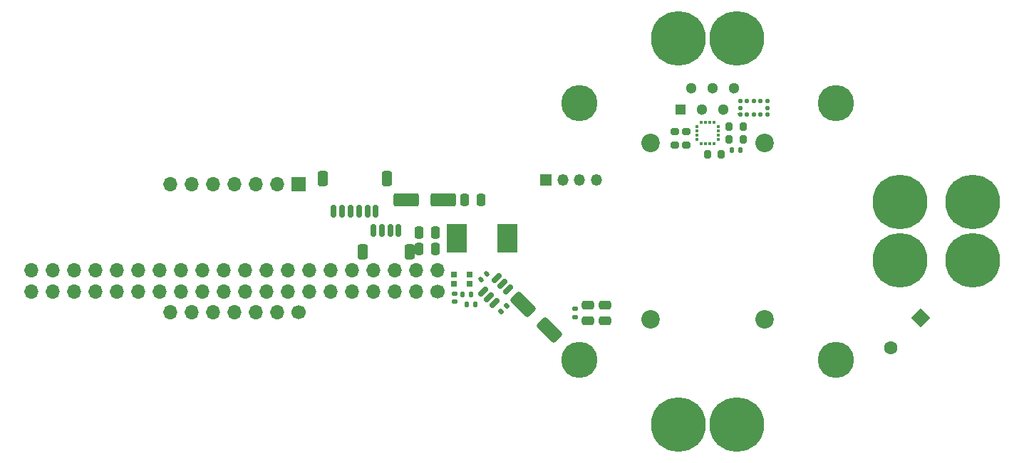
<source format=gbs>
G04 #@! TF.GenerationSoftware,KiCad,Pcbnew,7.0.9*
G04 #@! TF.CreationDate,2024-09-28T03:36:10+08:00*
G04 #@! TF.ProjectId,thingy,7468696e-6779-42e6-9b69-6361645f7063,rev?*
G04 #@! TF.SameCoordinates,Original*
G04 #@! TF.FileFunction,Soldermask,Bot*
G04 #@! TF.FilePolarity,Negative*
%FSLAX46Y46*%
G04 Gerber Fmt 4.6, Leading zero omitted, Abs format (unit mm)*
G04 Created by KiCad (PCBNEW 7.0.9) date 2024-09-28 03:36:10*
%MOMM*%
%LPD*%
G01*
G04 APERTURE LIST*
G04 Aperture macros list*
%AMRoundRect*
0 Rectangle with rounded corners*
0 $1 Rounding radius*
0 $2 $3 $4 $5 $6 $7 $8 $9 X,Y pos of 4 corners*
0 Add a 4 corners polygon primitive as box body*
4,1,4,$2,$3,$4,$5,$6,$7,$8,$9,$2,$3,0*
0 Add four circle primitives for the rounded corners*
1,1,$1+$1,$2,$3*
1,1,$1+$1,$4,$5*
1,1,$1+$1,$6,$7*
1,1,$1+$1,$8,$9*
0 Add four rect primitives between the rounded corners*
20,1,$1+$1,$2,$3,$4,$5,0*
20,1,$1+$1,$4,$5,$6,$7,0*
20,1,$1+$1,$6,$7,$8,$9,0*
20,1,$1+$1,$8,$9,$2,$3,0*%
%AMRotRect*
0 Rectangle, with rotation*
0 The origin of the aperture is its center*
0 $1 length*
0 $2 width*
0 $3 Rotation angle, in degrees counterclockwise*
0 Add horizontal line*
21,1,$1,$2,0,0,$3*%
G04 Aperture macros list end*
%ADD10RoundRect,0.200000X-0.200000X-0.275000X0.200000X-0.275000X0.200000X0.275000X-0.200000X0.275000X0*%
%ADD11RoundRect,0.250000X-1.272792X0.494975X0.494975X-1.272792X1.272792X-0.494975X-0.494975X1.272792X0*%
%ADD12C,6.500000*%
%ADD13C,4.300000*%
%ADD14RoundRect,0.125000X-0.125000X-0.125000X0.125000X-0.125000X0.125000X0.125000X-0.125000X0.125000X0*%
%ADD15RoundRect,0.062500X-0.127500X-0.062500X0.127500X-0.062500X0.127500X0.062500X-0.127500X0.062500X0*%
%ADD16R,0.450000X0.300000*%
%ADD17R,0.300000X0.450000*%
%ADD18C,2.200000*%
%ADD19RotRect,1.600000X1.600000X225.000000*%
%ADD20C,1.600000*%
%ADD21R,1.700000X1.700000*%
%ADD22O,1.700000X1.700000*%
%ADD23RoundRect,0.150000X0.256326X0.468458X-0.468458X-0.256326X-0.256326X-0.468458X0.468458X0.256326X0*%
%ADD24R,1.350000X1.350000*%
%ADD25O,1.350000X1.350000*%
%ADD26R,2.350000X3.500000*%
%ADD27RoundRect,0.250000X1.250000X0.550000X-1.250000X0.550000X-1.250000X-0.550000X1.250000X-0.550000X0*%
%ADD28RoundRect,0.135000X-0.035355X0.226274X-0.226274X0.035355X0.035355X-0.226274X0.226274X-0.035355X0*%
%ADD29RoundRect,0.135000X-0.135000X-0.185000X0.135000X-0.185000X0.135000X0.185000X-0.135000X0.185000X0*%
%ADD30RoundRect,0.135000X0.135000X0.185000X-0.135000X0.185000X-0.135000X-0.185000X0.135000X-0.185000X0*%
%ADD31R,0.700000X0.700000*%
%ADD32RoundRect,0.200000X-0.275000X0.200000X-0.275000X-0.200000X0.275000X-0.200000X0.275000X0.200000X0*%
%ADD33RoundRect,0.200000X0.200000X0.275000X-0.200000X0.275000X-0.200000X-0.275000X0.200000X-0.275000X0*%
%ADD34RoundRect,0.250000X0.250000X0.475000X-0.250000X0.475000X-0.250000X-0.475000X0.250000X-0.475000X0*%
%ADD35RoundRect,0.250000X-0.250000X-0.475000X0.250000X-0.475000X0.250000X0.475000X-0.250000X0.475000X0*%
%ADD36RoundRect,0.250000X-0.475000X0.250000X-0.475000X-0.250000X0.475000X-0.250000X0.475000X0.250000X0*%
%ADD37C,1.300000*%
%ADD38R,1.300000X1.300000*%
%ADD39RoundRect,0.150000X-0.150000X-0.625000X0.150000X-0.625000X0.150000X0.625000X-0.150000X0.625000X0*%
%ADD40RoundRect,0.250000X-0.350000X-0.650000X0.350000X-0.650000X0.350000X0.650000X-0.350000X0.650000X0*%
%ADD41C,1.700000*%
%ADD42RoundRect,0.140000X-0.170000X0.140000X-0.170000X-0.140000X0.170000X-0.140000X0.170000X0.140000X0*%
%ADD43RoundRect,0.140000X0.021213X-0.219203X0.219203X-0.021213X-0.021213X0.219203X-0.219203X0.021213X0*%
G04 APERTURE END LIST*
D10*
X2575000Y11000000D03*
X4225000Y11000000D03*
D11*
X-18800106Y-11772793D03*
X-21911376Y-8661523D03*
D12*
X22900000Y3475000D03*
X22900000Y-3475000D03*
D13*
X15250000Y15250000D03*
D12*
X31500000Y3475000D03*
X31500000Y-3475000D03*
D14*
X3900000Y14700000D03*
X3900000Y15500000D03*
X4700000Y15500000D03*
X5500000Y15500000D03*
X6300000Y15500000D03*
X7100000Y15500000D03*
X7100000Y14700000D03*
X7100000Y13900000D03*
X6300000Y13900000D03*
X5500000Y13900000D03*
X4700000Y13900000D03*
X3900000Y13900000D03*
D15*
X3760000Y14025000D03*
D13*
X-15250000Y15250000D03*
D16*
X1275000Y12450000D03*
X1275000Y11950000D03*
X1275000Y11450000D03*
X1275000Y10950000D03*
D17*
X750000Y10425000D03*
X250000Y10425000D03*
X-250000Y10425000D03*
X-750000Y10425000D03*
D16*
X-1275000Y10950000D03*
X-1275000Y11450000D03*
X-1275000Y11950000D03*
X-1275000Y12450000D03*
D17*
X-750000Y12975000D03*
X-250000Y12975000D03*
X250000Y12975000D03*
X750000Y12975000D03*
D18*
X-6750000Y10500000D03*
D19*
X25297727Y-10332233D03*
D20*
X21762193Y-13867767D03*
D21*
X-48600000Y5640000D03*
D22*
X-51140000Y5640000D03*
X-53680000Y5640000D03*
X-56220000Y5640000D03*
X-58760000Y5640000D03*
X-61300000Y5640000D03*
X-63840000Y5640000D03*
D23*
X-26652170Y-7165166D03*
X-25980419Y-7836917D03*
X-25308668Y-8508668D03*
X-23700000Y-6900000D03*
X-24371751Y-6228249D03*
X-25043502Y-5556498D03*
D24*
X-19200000Y6100000D03*
D25*
X-17200000Y6100000D03*
X-15200000Y6100000D03*
X-13200000Y6100000D03*
D26*
X-29800000Y-800000D03*
X-23750000Y-800000D03*
D27*
X-35800000Y3800000D03*
X-31400000Y3800000D03*
D28*
X-23839376Y-8839376D03*
X-24560624Y-9560624D03*
D29*
X-28610000Y-8700000D03*
X-27590000Y-8700000D03*
D30*
X3910000Y9700000D03*
X2890000Y9700000D03*
X-28090000Y-7500000D03*
X-29110000Y-7500000D03*
D31*
X-28285000Y-5150000D03*
X-28285000Y-6250000D03*
X-30115000Y-6250000D03*
X-30115000Y-5150000D03*
D32*
X-2500000Y11925000D03*
X-2500000Y10275000D03*
X-3900000Y11925000D03*
X-3900000Y10275000D03*
D33*
X1625000Y9200000D03*
X-25000Y9200000D03*
D10*
X2575000Y12500000D03*
X4225000Y12500000D03*
D34*
X-34250000Y-100000D03*
X-32350000Y-100000D03*
X-32350000Y-2100000D03*
X-34250000Y-2100000D03*
D35*
X-26950000Y3800000D03*
X-28850000Y3800000D03*
D36*
X-14200000Y-8750000D03*
X-14200000Y-10650000D03*
X-12200000Y-8750000D03*
X-12200000Y-10650000D03*
D12*
X-3475000Y23000000D03*
X3475000Y23000000D03*
D18*
X6750000Y-10500000D03*
X-6750000Y-10500000D03*
D13*
X-15250000Y-15250000D03*
D18*
X6750000Y10500000D03*
D13*
X15250000Y-15250000D03*
D12*
X3475000Y-23000000D03*
X-3475000Y-23000000D03*
D37*
X3175000Y17087500D03*
X1905000Y14547500D03*
X635000Y17087500D03*
X-635000Y14547500D03*
X-1905000Y17087500D03*
D38*
X-3175000Y14547500D03*
D39*
X-44400000Y2400000D03*
X-43400000Y2400000D03*
X-42400000Y2400000D03*
X-41400000Y2400000D03*
X-40400000Y2400000D03*
X-39400000Y2400000D03*
D40*
X-38100000Y6275000D03*
X-45700000Y6275000D03*
D41*
X-48600000Y-9600000D03*
D22*
X-51140000Y-9600000D03*
X-53680000Y-9600000D03*
X-56220000Y-9600000D03*
X-58760000Y-9600000D03*
X-61300000Y-9600000D03*
X-63840000Y-9600000D03*
D41*
X-32050000Y-7190000D03*
D22*
X-32050000Y-4650000D03*
X-34590000Y-7190000D03*
X-34590000Y-4650000D03*
X-37130000Y-7190000D03*
X-37130000Y-4650000D03*
X-39670000Y-7190000D03*
X-39670000Y-4650000D03*
X-42210000Y-7190000D03*
X-42210000Y-4650000D03*
X-44750000Y-7190000D03*
X-44750000Y-4650000D03*
X-47290000Y-7190000D03*
X-47290000Y-4650000D03*
X-49830000Y-7190000D03*
X-49830000Y-4650000D03*
X-52370000Y-7190000D03*
X-52370000Y-4650000D03*
X-54910000Y-7190000D03*
X-54910000Y-4650000D03*
X-57450000Y-7190000D03*
X-57450000Y-4650000D03*
X-59990000Y-7190000D03*
X-59990000Y-4650000D03*
X-62530000Y-7190000D03*
X-62530000Y-4650000D03*
X-65070000Y-7190000D03*
X-65070000Y-4650000D03*
X-67610000Y-7190000D03*
X-67610000Y-4650000D03*
X-70150000Y-7190000D03*
X-70150000Y-4650000D03*
X-72690000Y-7190000D03*
X-72690000Y-4650000D03*
X-75230000Y-7190000D03*
X-75230000Y-4650000D03*
X-77770000Y-7190000D03*
X-77770000Y-4650000D03*
X-80310000Y-7190000D03*
X-80310000Y-4650000D03*
D42*
X-30000000Y-8380000D03*
X-30000000Y-7420000D03*
X-15700000Y-9220000D03*
X-15700000Y-10180000D03*
D43*
X-26260589Y-5060589D03*
X-26939411Y-5739411D03*
D39*
X-39700000Y125000D03*
X-38700000Y125000D03*
X-37700000Y125000D03*
X-36700000Y125000D03*
D40*
X-41000000Y-2400000D03*
X-35400000Y-2400000D03*
M02*

</source>
